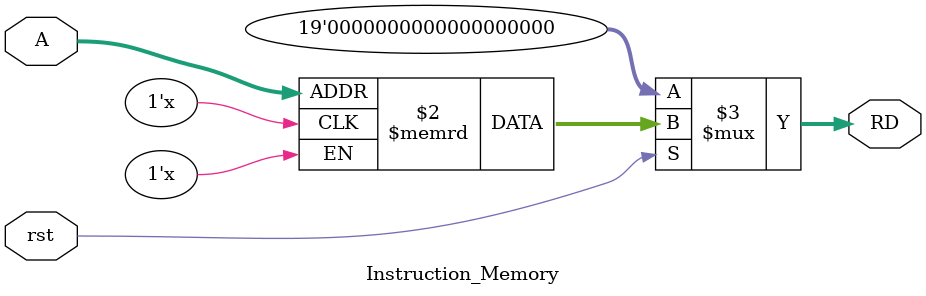
<source format=v>
module Instruction_Memory(
    input rst,
    input [18:0] A,
    output [18:0] RD
);

reg [18:0] mem [0:127];
assign RD = (!rst) ? 19'd0 : mem[A];

endmodule
</source>
